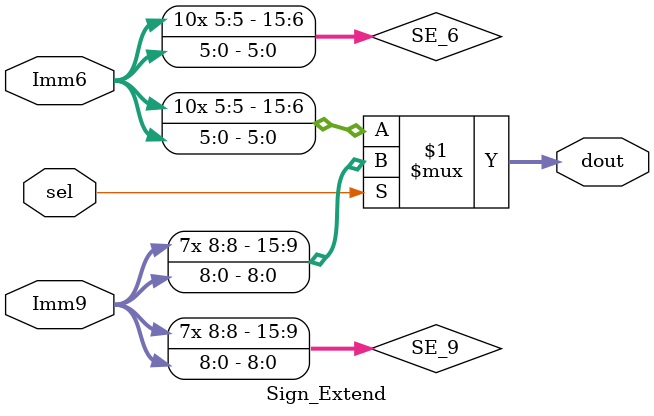
<source format=v>
module Sign_Extend(Imm9,Imm6,sel,dout);
	input [8:0] Imm9;
	input [5:0] Imm6;
	input sel;
	output [15:0] dout;
	wire [15:0] SE_9,SE_6;
	
	assign SE_9={{7{Imm9[8]}},Imm9};
	assign SE_6={{10{Imm6[5]}},Imm6};
	
	assign dout= sel ? SE_9 : SE_6;
	

	
endmodule

</source>
